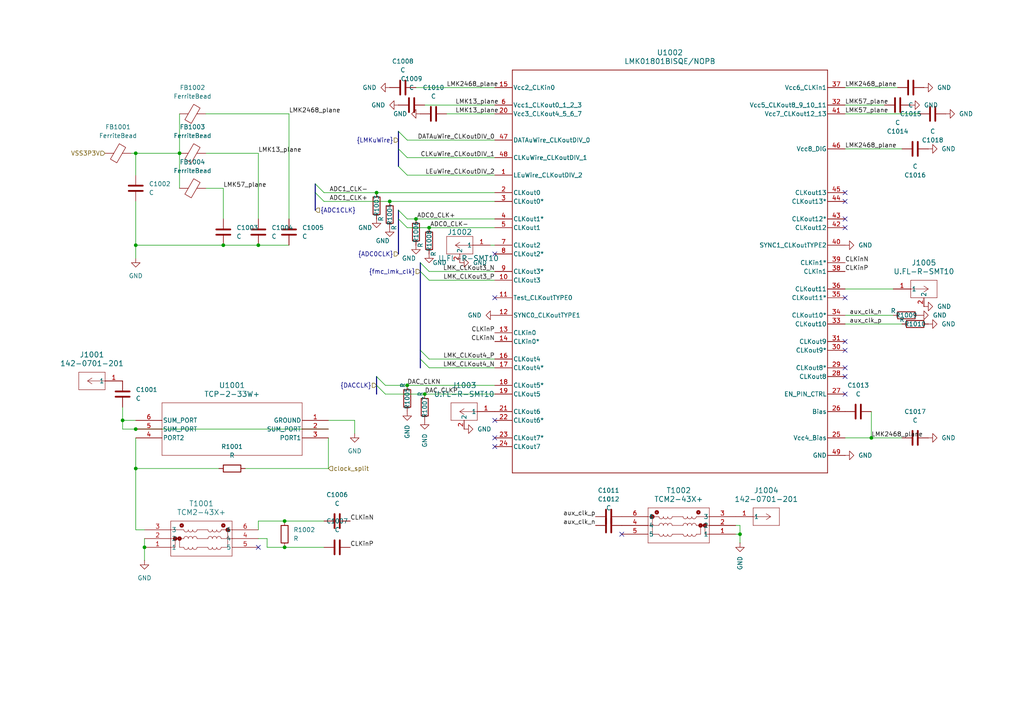
<source format=kicad_sch>
(kicad_sch (version 20231120) (generator "eeschema") (generator_version "8.0")
  (paper "A4")
  (lib_symbols
    (symbol "001_symbol:142-0701-201" (pin_names (offset 0.254))
      (property "Reference" "J" (at 8.89 6.35 0))
      (property "Value" "142-0701-201" (at 0 0 0))
      (symbol "142-0701-201_1_1"
        (polyline (pts (xy 5.08 -2.54) (xy 12.7 -2.54)) (stroke (width 0.127)))
        (polyline (pts (xy 5.08 2.54) (xy 5.08 -2.54)) (stroke (width 0.127)))
        (polyline (pts (xy 10.16 0) (xy 5.08 0)) (stroke (width 0.127)))
        (polyline (pts (xy 10.16 0) (xy 8.89 -0.8467)) (stroke (width 0.127)))
        (polyline (pts (xy 10.16 0) (xy 8.89 0.8467)) (stroke (width 0.127)))
        (polyline (pts (xy 12.7 -2.54) (xy 12.7 2.54)) (stroke (width 0.127)))
        (polyline (pts (xy 12.7 2.54) (xy 5.08 2.54)) (stroke (width 0.127)))
        (pin unspecified line (at 0 0 0) (length 5.08) (name "1") (number "1"))
      )
      (symbol "142-0701-201_1_2"
        (polyline (pts (xy 5.08 -2.54) (xy 12.7 -2.54)) (stroke (width 0.127)))
        (polyline (pts (xy 5.08 2.54) (xy 5.08 -2.54)) (stroke (width 0.127)))
        (polyline (pts (xy 7.62 0) (xy 5.08 0)) (stroke (width 0.127)))
        (polyline (pts (xy 7.62 0) (xy 8.89 -0.8467)) (stroke (width 0.127)))
        (polyline (pts (xy 7.62 0) (xy 8.89 0.8467)) (stroke (width 0.127)))
        (polyline (pts (xy 12.7 -2.54) (xy 12.7 2.54)) (stroke (width 0.127)))
        (polyline (pts (xy 12.7 2.54) (xy 5.08 2.54)) (stroke (width 0.127)))
        (pin unspecified line (at 0 0 0) (length 5.08) (name "1") (number "1"))
      )
    )
    (symbol "001_symbol:LMK01801BISQE_NOPB" (pin_names (offset 0.254))
      (property "Reference" "U" (at 0 2.54 0))
      (property "Value" "LMK01801BISQE/NOPB" (at 0 0 0))
      (symbol "LMK01801BISQE_NOPB_0_1"
        (polyline (pts (xy -45.72 -58.42) (xy 45.72 -58.42)) (stroke (width 0.2032)))
        (polyline (pts (xy -45.72 58.42) (xy -45.72 -58.42)) (stroke (width 0.2032)))
        (polyline (pts (xy 45.72 -58.42) (xy 45.72 58.42)) (stroke (width 0.2032)))
        (polyline (pts (xy 45.72 58.42) (xy -45.72 58.42)) (stroke (width 0.2032)))
        (pin input line (at -50.8 27.94 0) (length 5.08) (name "LEuWire_CLKoutDIV_2") (number "1"))
        (pin output line (at -50.8 -2.54 0) (length 5.08) (name "CLKout3") (number "10"))
        (pin input line (at -50.8 -7.62 0) (length 5.08) (name "Test_CLKoutTYPE0") (number "11"))
        (pin input line (at -50.8 -12.7 0) (length 5.08) (name "SYNC0_CLKoutTYPE1") (number "12"))
        (pin input line (at -50.8 -17.78 0) (length 5.08) (name "CLKin0") (number "13"))
        (pin input line (at -50.8 -20.32 0) (length 5.08) (name "CLKin0*") (number "14"))
        (pin power_in line (at -50.8 53.34 0) (length 5.08) (name "Vcc2_CLKin0") (number "15"))
        (pin output line (at -50.8 -25.4 0) (length 5.08) (name "CLKout4") (number "16"))
        (pin output line (at -50.8 -27.94 0) (length 5.08) (name "CLKout4*") (number "17"))
        (pin output line (at -50.8 -33.02 0) (length 5.08) (name "CLKout5*") (number "18"))
        (pin output line (at -50.8 -35.56 0) (length 5.08) (name "CLKout5") (number "19"))
        (pin output line (at -50.8 22.86 0) (length 5.08) (name "CLKout0") (number "2"))
        (pin power_in line (at -50.8 45.72 0) (length 5.08) (name "Vcc3_CLKout4_5_6_7") (number "20"))
        (pin output line (at -50.8 -40.64 0) (length 5.08) (name "CLKout6") (number "21"))
        (pin output line (at -50.8 -43.18 0) (length 5.08) (name "CLKout6*") (number "22"))
        (pin output line (at -50.8 -48.26 0) (length 5.08) (name "CLKout7*") (number "23"))
        (pin output line (at -50.8 -50.8 0) (length 5.08) (name "CLKout7") (number "24"))
        (pin power_in line (at 50.8 -48.26 180) (length 5.08) (name "Vcc4_Bias") (number "25"))
        (pin unspecified line (at 50.8 -40.64 180) (length 5.08) (name "Bias") (number "26"))
        (pin input line (at 50.8 -35.56 180) (length 5.08) (name "EN_PIN_CTRL") (number "27"))
        (pin output line (at 50.8 -30.48 180) (length 5.08) (name "CLKout8") (number "28"))
        (pin output line (at 50.8 -27.94 180) (length 5.08) (name "CLKout8*") (number "29"))
        (pin output line (at -50.8 20.32 0) (length 5.08) (name "CLKout0*") (number "3"))
        (pin output line (at 50.8 -22.86 180) (length 5.08) (name "CLKout9*") (number "30"))
        (pin output line (at 50.8 -20.32 180) (length 5.08) (name "CLKout9") (number "31"))
        (pin power_in line (at 50.8 48.26 180) (length 5.08) (name "Vcc5_CLKout8_9_10_11") (number "32"))
        (pin output line (at 50.8 -15.24 180) (length 5.08) (name "CLKout10") (number "33"))
        (pin output line (at 50.8 -12.7 180) (length 5.08) (name "CLKout10*") (number "34"))
        (pin output line (at 50.8 -7.62 180) (length 5.08) (name "CLKout11*") (number "35"))
        (pin output line (at 50.8 -5.08 180) (length 5.08) (name "CLKout11") (number "36"))
        (pin power_in line (at 50.8 53.34 180) (length 5.08) (name "Vcc6_CLKin1") (number "37"))
        (pin input line (at 50.8 0 180) (length 5.08) (name "CLKin1") (number "38"))
        (pin input line (at 50.8 2.54 180) (length 5.08) (name "CLKin1*") (number "39"))
        (pin output line (at -50.8 15.24 0) (length 5.08) (name "CLKout1*") (number "4"))
        (pin input line (at 50.8 7.62 180) (length 5.08) (name "SYNC1_CLKoutTYPE2") (number "40"))
        (pin power_in line (at 50.8 45.72 180) (length 5.08) (name "Vcc7_CLKout12_13") (number "41"))
        (pin output line (at 50.8 12.7 180) (length 5.08) (name "CLKout12") (number "42"))
        (pin output line (at 50.8 15.24 180) (length 5.08) (name "CLKout12*") (number "43"))
        (pin output line (at 50.8 20.32 180) (length 5.08) (name "CLKout13*") (number "44"))
        (pin output line (at 50.8 22.86 180) (length 5.08) (name "CLKout13") (number "45"))
        (pin power_in line (at 50.8 35.56 180) (length 5.08) (name "Vcc8_DIG") (number "46"))
        (pin input line (at -50.8 38.1 0) (length 5.08) (name "DATAuWire_CLKoutDIV_0") (number "47"))
        (pin input line (at -50.8 33.02 0) (length 5.08) (name "CLKuWire_CLKoutDIV_1") (number "48"))
        (pin power_in line (at 50.8 -53.34 180) (length 5.08) (name "GND") (number "49"))
        (pin output line (at -50.8 12.7 0) (length 5.08) (name "CLKout1") (number "5"))
        (pin power_in line (at -50.8 48.26 0) (length 5.08) (name "Vcc1_CLKout0_1_2_3") (number "6"))
        (pin output line (at -50.8 7.62 0) (length 5.08) (name "CLKout2") (number "7"))
        (pin output line (at -50.8 5.08 0) (length 5.08) (name "CLKout2*") (number "8"))
        (pin output line (at -50.8 0 0) (length 5.08) (name "CLKout3*") (number "9"))
      )
    )
    (symbol "001_symbol:TCM2-43X+" (pin_names (offset 0.254))
      (property "Reference" "T" (at 16.51 7.62 0))
      (property "Value" "TCM2-43X+" (at 20.32 5.08 0))
      (symbol "TCM2-43X+_0_1"
        (polyline (pts (xy 7.62 -7.62) (xy 25.4 -7.62)) (stroke (width 0.127)))
        (polyline (pts (xy 7.62 -5.08) (xy 8.89 -5.08)) (stroke (width 0.127)))
        (polyline (pts (xy 7.62 -2.54) (xy 11.43 -2.54)) (stroke (width 0.127)))
        (polyline (pts (xy 7.62 0) (xy 11.43 0)) (stroke (width 0.127)))
        (polyline (pts (xy 7.62 2.54) (xy 7.62 -7.62)) (stroke (width 0.127)))
        (polyline (pts (xy 8.89 -2.54) (xy 8.89 -5.08)) (stroke (width 0.127)))
        (polyline (pts (xy 10.16 -5.08) (xy 11.43 -5.08)) (stroke (width 0.127)))
        (polyline (pts (xy 10.16 -2.54) (xy 10.16 -5.08)) (stroke (width 0.127)))
        (polyline (pts (xy 15.24 -5.08) (xy 18.415 -5.08)) (stroke (width 0.127)))
        (polyline (pts (xy 15.24 -2.54) (xy 18.415 -2.54)) (stroke (width 0.127)))
        (polyline (pts (xy 15.24 0) (xy 18.415 0)) (stroke (width 0.127)))
        (polyline (pts (xy 22.225 -5.08) (xy 24.13 -5.08)) (stroke (width 0.127)))
        (polyline (pts (xy 22.225 -2.54) (xy 23.8252 -2.54)) (stroke (width 0.127)))
        (polyline (pts (xy 22.225 0) (xy 25.4 0)) (stroke (width 0.127)))
        (polyline (pts (xy 24.13 -5.08) (xy 24.13 0)) (stroke (width 0.127)))
        (polyline (pts (xy 24.4348 -2.54) (xy 25.4 -2.54)) (stroke (width 0.127)))
        (polyline (pts (xy 25.4 -7.62) (xy 25.4 2.54)) (stroke (width 0.127)))
        (polyline (pts (xy 25.4 2.54) (xy 7.62 2.54)) (stroke (width 0.127)))
        (circle (center 8.89 -2.54) (radius 0.127) (stroke (width 0.508)))
        (circle (center 10.16 -2.54) (radius 0.127) (stroke (width 0.508)))
        (circle (center 10.795 1.27) (radius 0.127) (stroke (width 0.508)))
        (arc (start 11.43 -5.08) (mid 12.065 -5.7122) (end 12.7 -5.08) (stroke (width 0.127)))
        (arc (start 11.43 0) (mid 12.065 -0.6323) (end 12.7 0) (stroke (width 0.127)))
        (arc (start 12.7 -5.08) (mid 13.335 -5.7122) (end 13.97 -5.08) (stroke (width 0.127)))
        (arc (start 12.7 -2.54) (mid 12.065 -1.9077) (end 11.43 -2.54) (stroke (width 0.127)))
        (arc (start 12.7 0) (mid 13.335 -0.6323) (end 13.97 0) (stroke (width 0.127)))
        (arc (start 13.97 -5.08) (mid 14.605 -5.7122) (end 15.24 -5.08) (stroke (width 0.127)))
        (arc (start 13.97 -2.54) (mid 13.335 -1.9077) (end 12.7 -2.54) (stroke (width 0.127)))
        (arc (start 13.97 0) (mid 14.605 -0.6323) (end 15.24 0) (stroke (width 0.127)))
        (arc (start 15.24 -2.54) (mid 14.605 -1.9077) (end 13.97 -2.54) (stroke (width 0.127)))
        (arc (start 18.415 -5.08) (mid 19.05 -5.7122) (end 19.685 -5.08) (stroke (width 0.127)))
        (arc (start 18.415 0) (mid 19.05 -0.6323) (end 19.685 0) (stroke (width 0.127)))
        (arc (start 19.685 -5.08) (mid 20.32 -5.7122) (end 20.955 -5.08) (stroke (width 0.127)))
        (arc (start 19.685 -2.54) (mid 19.05 -1.9077) (end 18.415 -2.54) (stroke (width 0.127)))
        (arc (start 19.685 0) (mid 20.32 -0.6323) (end 20.955 0) (stroke (width 0.127)))
        (arc (start 20.955 -5.08) (mid 21.59 -5.7122) (end 22.225 -5.08) (stroke (width 0.127)))
        (arc (start 20.955 -2.54) (mid 20.32 -1.9077) (end 19.685 -2.54) (stroke (width 0.127)))
        (arc (start 20.955 0) (mid 21.59 -0.6323) (end 22.225 0) (stroke (width 0.127)))
        (arc (start 22.225 -2.54) (mid 21.59 -1.9077) (end 20.955 -2.54) (stroke (width 0.127)))
        (circle (center 22.86 1.27) (radius 0.127) (stroke (width 0.508)))
        (circle (center 24.13 0) (radius 0.127) (stroke (width 0.508)))
        (arc (start 24.4348 -2.54) (mid 24.13 -2.2365) (end 23.8252 -2.54) (stroke (width 0.127)))
        (pin unspecified line (at 0 -5.08 0) (length 7.62) (name "1") (number "1"))
        (pin unspecified line (at 0 -2.54 0) (length 7.62) (name "2") (number "2"))
        (pin unspecified line (at 0 0 0) (length 7.62) (name "3") (number "3"))
        (pin unspecified line (at 33.02 -2.54 180) (length 7.62) (name "4") (number "4"))
        (pin unspecified line (at 33.02 -5.08 180) (length 7.62) (name "5") (number "5"))
        (pin unspecified line (at 33.02 0 180) (length 7.62) (name "6") (number "6"))
      )
    )
    (symbol "001_symbol:TCP-2-33W+" (pin_names (offset 0.254))
      (property "Reference" "U" (at 27.94 10.16 0))
      (property "Value" "TCP-2-33W+" (at 27.94 7.62 0))
      (symbol "TCP-2-33W+_0_1"
        (polyline (pts (xy 7.62 -10.16) (xy 48.26 -10.16)) (stroke (width 0.127)))
        (polyline (pts (xy 7.62 5.08) (xy 7.62 -10.16)) (stroke (width 0.127)))
        (polyline (pts (xy 48.26 -10.16) (xy 48.26 5.08)) (stroke (width 0.127)))
        (polyline (pts (xy 48.26 5.08) (xy 7.62 5.08)) (stroke (width 0.127)))
        (pin power_out line (at 0 0 0) (length 7.62) (name "GROUND") (number "1"))
        (pin unspecified line (at 0 -2.54 0) (length 7.62) (name "SUM_PORT") (number "2"))
        (pin bidirectional line (at 0 -5.08 0) (length 7.62) (name "PORT1") (number "3"))
        (pin bidirectional line (at 55.88 -5.08 180) (length 7.62) (name "PORT2") (number "4"))
        (pin unspecified line (at 55.88 -2.54 180) (length 7.62) (name "SUM_PORT") (number "5"))
        (pin unspecified line (at 55.88 0 180) (length 7.62) (name "SUM_PORT") (number "6"))
      )
    )
    (symbol "001_symbol:U.FL-R-SMT10_1" (pin_names (offset 0.254))
      (property "Reference" "J906" (at 13.97 1.2701 0))
      (property "Value" "U.FL-R-SMT10" (at 13.97 -1.2699 0))
      (symbol "U.FL-R-SMT10_1_1_1"
        (polyline (pts (xy 5.08 -2.54) (xy 12.7 -2.54)) (stroke (width 0.127)))
        (polyline (pts (xy 5.08 2.54) (xy 5.08 -2.54)) (stroke (width 0.127)))
        (polyline (pts (xy 10.16 0) (xy 5.08 0)) (stroke (width 0.127)))
        (polyline (pts (xy 10.16 0) (xy 8.89 -0.8467)) (stroke (width 0.127)))
        (polyline (pts (xy 10.16 0) (xy 8.89 0.8467)) (stroke (width 0.127)))
        (polyline (pts (xy 12.7 -2.54) (xy 12.7 2.54)) (stroke (width 0.127)))
        (polyline (pts (xy 12.7 2.54) (xy 5.08 2.54)) (stroke (width 0.127)))
        (pin unspecified line (at 0 0 0) (length 5.08) (name "1") (number "1"))
        (pin input line (at 8.89 -5.08 90) (length 2.54) (name "2") (number "2"))
        (pin input line (at 8.89 -5.08 90) (length 2.54) hide (name "3") (number "3"))
      )
      (symbol "U.FL-R-SMT10_1_1_2"
        (polyline (pts (xy 5.08 -2.54) (xy 12.7 -2.54)) (stroke (width 0.127)))
        (polyline (pts (xy 5.08 2.54) (xy 5.08 -2.54)) (stroke (width 0.127)))
        (polyline (pts (xy 7.62 0) (xy 5.08 0)) (stroke (width 0.127)))
        (polyline (pts (xy 7.62 0) (xy 8.89 -0.8467)) (stroke (width 0.127)))
        (polyline (pts (xy 7.62 0) (xy 8.89 0.8467)) (stroke (width 0.127)))
        (polyline (pts (xy 12.7 -2.54) (xy 12.7 2.54)) (stroke (width 0.127)))
        (polyline (pts (xy 12.7 2.54) (xy 5.08 2.54)) (stroke (width 0.127)))
        (pin unspecified line (at 0 0 0) (length 5.08) (name "1") (number "1"))
      )
    )
    (symbol "Device:C" (pin_numbers hide) (pin_names (offset 0.254))
      (property "Reference" "C" (at 0.635 2.54 0))
      (property "Value" "C" (at 0.635 -2.54 0))
      (symbol "C_0_1"
        (polyline (pts (xy -2.032 -0.762) (xy 2.032 -0.762)) (stroke (width 0.508)))
        (polyline (pts (xy -2.032 0.762) (xy 2.032 0.762)) (stroke (width 0.508)))
      )
      (symbol "C_1_1"
        (pin passive line (at 0 3.81 270) (length 2.794) (name "~") (number "1"))
        (pin passive line (at 0 -3.81 90) (length 2.794) (name "~") (number "2"))
      )
    )
    (symbol "Device:FerriteBead" (pin_numbers hide) (pin_names (offset 0))
      (property "Reference" "FB" (at -3.81 0.635 90))
      (property "Value" "FerriteBead" (at 3.81 0 90))
      (symbol "FerriteBead_0_1"
        (polyline (pts (xy 0 -1.27) (xy 0 -1.2192)))
        (polyline (pts (xy 0 1.27) (xy 0 1.2954)))
        (polyline (pts (xy -2.7686 0.4064) (xy -1.7018 2.2606) (xy 2.7686 -0.3048) (xy 1.6764 -2.159) (xy -2.7686 0.4064)))
      )
      (symbol "FerriteBead_1_1"
        (pin passive line (at 0 3.81 270) (length 2.54) (name "~") (number "1"))
        (pin passive line (at 0 -3.81 90) (length 2.54) (name "~") (number "2"))
      )
    )
    (symbol "Device:R" (pin_numbers hide) (pin_names (offset 0))
      (property "Reference" "R" (at 2.032 0 90))
      (property "Value" "R" (at 0 0 90))
      (symbol "R_0_1"
        (rectangle (start -1.016 -2.54) (end 1.016 2.54) (stroke (width 0.254)))
      )
      (symbol "R_1_1"
        (pin passive line (at 0 3.81 270) (length 1.27) (name "~") (number "1"))
        (pin passive line (at 0 -3.81 90) (length 1.27) (name "~") (number "2"))
      )
    )
    (symbol "power:GND" (power) (pin_numbers hide) (pin_names (offset 0) hide)
      (property "Value" "GND" (at 0 -3.81 0))
      (symbol "GND_0_1"
        (polyline (pts (xy 0 0) (xy 0 -1.27) (xy 1.27 -1.27) (xy 0 -2.54) (xy -1.27 -1.27) (xy 0 -1.27)))
      )
      (symbol "GND_1_1"
        (pin power_in line (at 0 0 270) (length 0) (name "~") (number "1"))
      )
    )
  )
  (bus_alias "LMKuWire" (members "DATAuWire_CLKoutDIV_0" "CLKuWire_CLKoutDIV_1" "LEuWire_CLKoutDIV_2"))
  (junction (at 35.56 121.92))
  (junction (at 123.19 114.3))
  (junction (at 82.55 158.75))
  (junction (at 120.65 63.5))
  (junction (at 39.37 71.12))
  (junction (at 124.46 66.04))
  (junction (at 39.37 135.89))
  (junction (at 113.03 58.42))
  (junction (at 74.93 71.12))
  (junction (at 64.77 71.12))
  (junction (at 41.91 158.75))
  (junction (at 52.07 44.45))
  (junction (at 82.55 151.13))
  (junction (at 109.22 55.88))
  (junction (at 39.37 124.46))
  (junction (at 252.73 127))
  (junction (at 118.11 111.76))
  (junction (at 214.63 154.94))
  (junction (at 39.37 44.45))
  (no_connect (at 245.11 106.68))
  (no_connect (at 180.34 154.94))
  (no_connect (at 245.11 99.06))
  (no_connect (at 245.11 58.42))
  (no_connect (at 245.11 63.5))
  (no_connect (at 143.51 73.66))
  (no_connect (at 245.11 55.88))
  (no_connect (at 74.93 158.75))
  (no_connect (at 245.11 114.3))
  (no_connect (at 143.51 121.92))
  (no_connect (at 143.51 86.36))
  (no_connect (at 245.11 101.6))
  (no_connect (at 143.51 129.54))
  (no_connect (at 143.51 127))
  (no_connect (at 245.11 109.22))
  (no_connect (at 245.11 86.36))
  (no_connect (at 245.11 66.04))
  (bus_entry (at 109.22 109.22) (size 2.54 2.54))
  (bus_entry (at 109.22 111.76) (size 2.54 2.54))
  (bus_entry (at 121.92 101.6) (size 2.54 2.54))
  (bus_entry (at 121.92 104.14) (size 2.54 2.54))
  (bus_entry (at 121.92 78.74) (size 2.54 2.54))
  (bus_entry (at 91.44 53.34) (size 2.54 2.54))
  (bus_entry (at 115.57 43.18) (size 2.54 2.54))
  (bus_entry (at 115.57 60.96) (size 2.54 2.54))
  (bus_entry (at 115.57 63.5) (size 2.54 2.54))
  (bus_entry (at 115.57 38.1) (size 2.54 2.54))
  (bus_entry (at 91.44 55.88) (size 2.54 2.54))
  (bus_entry (at 121.92 76.2) (size 2.54 2.54))
  (bus_entry (at 115.57 48.26) (size 2.54 2.54))
  (wire (pts (xy 95.25 127) (xy 95.25 135.89)))
  (wire (pts (xy 35.56 121.92) (xy 35.56 124.46)))
  (wire (pts (xy 39.37 58.42) (xy 39.37 71.12)))
  (wire (pts (xy 64.77 71.12) (xy 74.93 71.12)))
  (wire (pts (xy 77.47 156.21) (xy 77.47 158.75)))
  (wire (pts (xy 41.91 158.75) (xy 41.91 162.56)))
  (wire (pts (xy 109.22 55.88) (xy 143.51 55.88)))
  (wire (pts (xy 252.73 127) (xy 245.11 127)))
  (wire (pts (xy 124.46 66.04) (xy 143.51 66.04)))
  (bus (pts (xy 115.57 63.5) (xy 115.57 73.66)))
  (wire (pts (xy 102.87 121.92) (xy 102.87 125.73)))
  (wire (pts (xy 52.07 44.45) (xy 52.07 54.61)))
  (wire (pts (xy 35.56 121.92) (xy 39.37 121.92)))
  (wire (pts (xy 118.11 66.04) (xy 124.46 66.04)))
  (wire (pts (xy 213.36 154.94) (xy 214.63 154.94)))
  (wire (pts (xy 245.11 43.18) (xy 261.62 43.18)))
  (bus (pts (xy 121.92 76.2) (xy 121.92 78.74)))
  (wire (pts (xy 35.56 118.11) (xy 35.56 121.92)))
  (wire (pts (xy 118.11 50.8) (xy 143.51 50.8)))
  (wire (pts (xy 39.37 124.46) (xy 95.25 124.46)))
  (wire (pts (xy 124.46 104.14) (xy 143.51 104.14)))
  (wire (pts (xy 35.56 124.46) (xy 39.37 124.46)))
  (wire (pts (xy 213.36 152.4) (xy 214.63 152.4)))
  (wire (pts (xy 129.54 33.02) (xy 143.51 33.02)))
  (wire (pts (xy 118.11 40.64) (xy 143.51 40.64)))
  (wire (pts (xy 59.69 33.02) (xy 83.82 33.02)))
  (wire (pts (xy 261.62 127) (xy 252.73 127)))
  (wire (pts (xy 39.37 127) (xy 39.37 135.89)))
  (wire (pts (xy 118.11 63.5) (xy 120.65 63.5)))
  (bus (pts (xy 91.44 55.88) (xy 91.44 60.96)))
  (wire (pts (xy 39.37 44.45) (xy 52.07 44.45)))
  (bus (pts (xy 115.57 60.96) (xy 115.57 63.5)))
  (bus (pts (xy 91.44 53.34) (xy 91.44 55.88)))
  (wire (pts (xy 74.93 151.13) (xy 82.55 151.13)))
  (wire (pts (xy 245.11 83.82) (xy 259.08 83.82)))
  (wire (pts (xy 74.93 153.67) (xy 74.93 151.13)))
  (wire (pts (xy 111.76 114.3) (xy 123.19 114.3)))
  (wire (pts (xy 245.11 25.4) (xy 260.35 25.4)))
  (bus (pts (xy 115.57 38.1) (xy 115.57 43.18)))
  (wire (pts (xy 124.46 78.74) (xy 143.51 78.74)))
  (wire (pts (xy 124.46 106.68) (xy 143.51 106.68)))
  (wire (pts (xy 118.11 45.72) (xy 143.51 45.72)))
  (wire (pts (xy 245.11 93.98) (xy 261.62 93.98)))
  (wire (pts (xy 95.25 121.92) (xy 102.87 121.92)))
  (wire (pts (xy 59.69 44.45) (xy 74.93 44.45)))
  (wire (pts (xy 118.11 111.76) (xy 143.51 111.76)))
  (wire (pts (xy 59.69 54.61) (xy 64.77 54.61)))
  (bus (pts (xy 109.22 111.76) (xy 109.22 114.3)))
  (wire (pts (xy 82.55 151.13) (xy 93.98 151.13)))
  (wire (pts (xy 142.24 71.12) (xy 143.51 71.12)))
  (bus (pts (xy 109.22 109.22) (xy 109.22 111.76)))
  (wire (pts (xy 252.73 119.38) (xy 252.73 127)))
  (wire (pts (xy 39.37 50.8) (xy 39.37 44.45)))
  (wire (pts (xy 95.25 135.89) (xy 71.12 135.89)))
  (bus (pts (xy 121.92 101.6) (xy 121.92 104.14)))
  (wire (pts (xy 93.98 55.88) (xy 109.22 55.88)))
  (bus (pts (xy 121.92 104.14) (xy 121.92 106.68)))
  (wire (pts (xy 214.63 154.94) (xy 214.63 157.48)))
  (wire (pts (xy 111.76 111.76) (xy 118.11 111.76)))
  (wire (pts (xy 123.19 114.3) (xy 143.51 114.3)))
  (wire (pts (xy 77.47 158.75) (xy 82.55 158.75)))
  (bus (pts (xy 115.57 43.18) (xy 115.57 48.26)))
  (wire (pts (xy 41.91 156.21) (xy 41.91 158.75)))
  (wire (pts (xy 120.65 25.4) (xy 143.51 25.4)))
  (wire (pts (xy 245.11 33.02) (xy 266.7 33.02)))
  (wire (pts (xy 64.77 54.61) (xy 64.77 63.5)))
  (wire (pts (xy 74.93 44.45) (xy 74.93 63.5)))
  (bus (pts (xy 121.92 78.74) (xy 121.92 101.6)))
  (wire (pts (xy 74.93 71.12) (xy 83.82 71.12)))
  (wire (pts (xy 39.37 153.67) (xy 39.37 135.89)))
  (wire (pts (xy 214.63 152.4) (xy 214.63 154.94)))
  (wire (pts (xy 39.37 71.12) (xy 64.77 71.12)))
  (wire (pts (xy 124.46 81.28) (xy 143.51 81.28)))
  (wire (pts (xy 82.55 158.75) (xy 93.98 158.75)))
  (wire (pts (xy 39.37 135.89) (xy 63.5 135.89)))
  (wire (pts (xy 245.11 30.48) (xy 256.54 30.48)))
  (wire (pts (xy 52.07 33.02) (xy 52.07 44.45)))
  (wire (pts (xy 113.03 58.42) (xy 143.51 58.42)))
  (wire (pts (xy 74.93 156.21) (xy 77.47 156.21)))
  (wire (pts (xy 41.91 153.67) (xy 39.37 153.67)))
  (wire (pts (xy 83.82 33.02) (xy 83.82 63.5)))
  (wire (pts (xy 245.11 91.44) (xy 259.08 91.44)))
  (wire (pts (xy 120.65 63.5) (xy 143.51 63.5)))
  (wire (pts (xy 93.98 58.42) (xy 113.03 58.42)))
  (wire (pts (xy 123.19 30.48) (xy 143.51 30.48)))
  (wire (pts (xy 39.37 71.12) (xy 39.37 74.93)))
  (wire (pts (xy 38.1 44.45) (xy 39.37 44.45)))
  (label "LMK2468_plane" (at 252.73 127 0))
  (label "LMK_CLKout3_N" (at 143.51 78.74 180))
  (label "ADC0_CLK-" (at 135.89 66.04 180))
  (label "aux_clk_p" (at 246.38 93.98 0))
  (label "aux_clk_p" (at 172.72 149.86 180))
  (label "LMK_CLKout4_P" (at 143.51 104.14 180))
  (label "CLKinP" (at 245.11 78.74 0))
  (label "DAC_CLKN" (at 118.11 111.76 0))
  (label "CLKinN" (at 101.6 151.13 0))
  (label "LMK2468_plane" (at 83.82 33.02 0))
  (label "LMK13_plane" (at 74.93 44.45 0))
  (label "ADC1_CLK-" (at 106.68 55.88 180))
  (label "ADC0_CLK+" (at 132.08 63.5 180))
  (label "LEuWire_CLKoutDIV_2" (at 143.51 50.8 180))
  (label "LMK57_plane" (at 64.77 54.61 0))
  (label "LMK13_plane" (at 132.08 33.02 0))
  (label "aux_clk_n" (at 172.72 152.4 180))
  (label "CLKinP" (at 101.6 158.75 0))
  (label "LMK_CLKout3_P" (at 143.51 81.28 180))
  (label "DATAuWire_CLKoutDIV_0" (at 143.51 40.64 180))
  (label "CLKinN" (at 143.51 99.06 180))
  (label "CLKinN" (at 245.11 76.2 0))
  (label "CLKinP" (at 143.51 96.52 180))
  (label "LMK2468_plane" (at 129.54 25.4 0))
  (label "CLKuWire_CLKoutDIV_1" (at 143.51 45.72 180))
  (label "LMK57_plane" (at 245.11 30.48 0))
  (label "aux_clk_n" (at 246.38 91.44 0))
  (label "LMK2468_plane" (at 245.11 25.4 0))
  (label "LMK57_plane" (at 245.11 33.02 0))
  (label "LMK13_plane" (at 132.08 30.48 0))
  (label "DAC_CLKP" (at 123.19 114.3 0))
  (label "ADC1_CLK+" (at 106.68 58.42 180))
  (label "LMK_CLKout4_N" (at 143.51 106.68 180))
  (label "LMK2468_plane" (at 245.11 43.18 0))
  (hierarchical_label "{ADC1CLK}" (shape input) (at 91.44 60.96 0))
  (hierarchical_label "clock_split" (shape input) (at 95.25 135.89 0))
  (hierarchical_label "{DACCLK}" (shape input) (at 109.22 111.76 180))
  (hierarchical_label "{LMKuWire}" (shape input) (at 115.57 40.64 180))
  (hierarchical_label "{fmc_lmk_clk}" (shape input) (at 121.92 78.74 180))
  (hierarchical_label "{ADC0CLK}" (shape input) (at 115.57 73.66 180))
  (hierarchical_label "VSS3P3V" (shape input) (at 30.48 44.45 180))
  (symbol (lib_id "Device:C") (at 265.43 43.18 90) (unit 1)
    (property "Reference" "C1016" (at 265.43 50.8 90))
    (property "Value" "C" (at 265.43 48.26 90))
    (property "Footprint" "Capacitor_SMD:C_0402_1005Metric" (effects (hide yes)))
    (property "Description" "Unpolarized capacitor" (effects (hide yes)))
    (property "Vendor" "digikey:490-1318-1-ND" (effects (hide yes)))
  )
  (symbol (lib_id "power:GND") (at 269.24 43.18 90) (unit 1)
    (property "Reference" "#PWR01020" (effects (hide yes)))
    (property "Value" "GND" (at 273.05 43.1801 90) (effects (justify right)))
    (property "Description" "Power symbol creates a global label with name \"GND\" , ground" (effects (hide yes)))
  )
  (symbol (lib_id "power:GND") (at 245.11 71.12 90) (mirror x) (unit 1)
    (property "Reference" "#PWR01015" (effects (hide yes)))
    (property "Value" "GND" (at 248.92 71.1199 90) (effects (justify right)))
    (property "Description" "Power symbol creates a global label with name \"GND\" , ground" (effects (hide yes)))
  )
  (symbol (lib_id "Device:C") (at 116.84 25.4 270) (unit 1)
    (property "Reference" "C1008" (at 116.84 17.78 90))
    (property "Value" "C" (at 116.84 20.32 90))
    (property "Footprint" "Capacitor_SMD:C_0402_1005Metric" (effects (hide yes)))
    (property "Description" "Unpolarized capacitor" (effects (hide yes)))
    (property "Vendor" "digikey:490-1318-1-ND" (effects (hide yes)))
  )
  (symbol (lib_id "Device:C") (at 248.92 119.38 270) (unit 1)
    (property "Reference" "C1013" (at 248.92 111.76 90))
    (property "Value" "C" (at 248.92 114.3 90))
    (property "Footprint" "Capacitor_SMD:C_0603_1608Metric" (effects (hide yes)))
    (property "Description" "Unpolarized capacitor" (effects (hide yes)))
    (property "Vendor" "digikey:490-3897-1-ND" (effects (hide yes)))
  )
  (symbol (lib_id "001_symbol:U.FL-R-SMT10_1") (at 142.24 71.12 0) (mirror y) (unit 1)
    (property "Reference" "J1002" (at 133.35 67.31 0) (effects (font (size 1.524 1.524))))
    (property "Value" "U.FL-R-SMT10" (at 135.89 74.93 0) (effects (font (size 1.524 1.524))))
    (property "Footprint" "001_download:CONN_U.FL-R-SMT10_HIR" (effects (hide yes)))
    (property "Datasheet" "U.FL-R-SMT10" (effects (hide yes)))
    (property "Vendor" "digikey:H9161CT-ND" (effects (hide yes)))
  )
  (symbol (lib_id "Device:C") (at 97.79 158.75 90) (mirror x) (unit 1)
    (property "Reference" "C1007" (at 97.79 151.13 90))
    (property "Value" "C" (at 97.79 153.67 90))
    (property "Footprint" "Capacitor_SMD:C_0603_1608Metric" (effects (hide yes)))
    (property "Description" "Unpolarized capacitor" (effects (hide yes)))
    (property "Vendor" "digikey:490-1451-1-ND" (effects (hide yes)))
  )
  (symbol (lib_id "power:GND") (at 133.35 76.2 90) (unit 1)
    (property "Reference" "#PWR01025" (effects (hide yes)))
    (property "Value" "GND" (at 137.16 76.1999 90) (effects (justify right)))
    (property "Description" "Power symbol creates a global label with name \"GND\" , ground" (effects (hide yes)))
  )
  (symbol (lib_id "power:GND") (at 143.51 91.44 270) (unit 1)
    (property "Reference" "#PWR01013" (effects (hide yes)))
    (property "Value" "GND" (at 139.7 91.4399 90) (effects (justify right)))
    (property "Description" "Power symbol creates a global label with name \"GND\" , ground" (effects (hide yes)))
  )
  (symbol (lib_id "power:GND") (at 121.92 33.02 270) (unit 1)
    (property "Reference" "#PWR01010" (effects (hide yes)))
    (property "Value" "GND" (at 118.11 33.0199 90) (effects (justify right)))
    (property "Description" "Power symbol creates a global label with name \"GND\" , ground" (effects (hide yes)))
  )
  (symbol (lib_id "power:GND") (at 39.37 74.93 0) (unit 1)
    (property "Reference" "#PWR01001" (effects (hide yes)))
    (property "Value" "GND" (at 39.37 80.01 0))
    (property "Description" "Power symbol creates a global label with name \"GND\" , ground" (effects (hide yes)))
  )
  (symbol (lib_id "Device:R") (at 67.31 135.89 270) (unit 1)
    (property "Reference" "R1001" (at 67.31 129.54 90))
    (property "Value" "R" (at 67.31 132.08 90))
    (property "Footprint" "Resistor_SMD:R_0603_1608Metric" (effects (hide yes)))
    (property "Description" "Resistor" (effects (hide yes)))
    (property "Vendor" "digikey:311-475HRCT-ND" (effects (hide yes)))
  )
  (symbol (lib_id "power:GND") (at 124.46 73.66 0) (unit 1)
    (property "Reference" "#PWR01012" (effects (hide yes)))
    (property "Value" "GND" (at 129.54 76.2 0) (effects (justify right)))
    (property "Description" "Power symbol creates a global label with name \"GND\" , ground" (effects (hide yes)))
  )
  (symbol (lib_id "Device:C") (at 176.53 149.86 270) (unit 1)
    (property "Reference" "C1011" (at 176.53 142.24 90))
    (property "Value" "C" (at 176.53 144.78 90))
    (property "Footprint" "Capacitor_SMD:C_0603_1608Metric" (effects (hide yes)))
    (property "Description" "Unpolarized capacitor" (effects (hide yes)))
    (property "Vendor" "digikey:490-1451-1-ND" (effects (hide yes)))
  )
  (symbol (lib_id "power:GND") (at 102.87 125.73 0) (unit 1)
    (property "Reference" "#PWR01003" (effects (hide yes)))
    (property "Value" "GND" (at 102.87 130.81 0))
    (property "Description" "Power symbol creates a global label with name \"GND\" , ground" (effects (hide yes)))
  )
  (symbol (lib_id "Device:FerriteBead") (at 55.88 54.61 90) (unit 1)
    (property "Reference" "FB1004" (at 55.8292 46.99 90))
    (property "Value" "FerriteBead" (at 55.8292 49.53 90))
    (property "Footprint" "Inductor_SMD:L_0603_1608Metric" (effects (hide yes)))
    (property "Description" "Ferrite bead" (effects (hide yes)))
    (property "Vendor" "digikey:490-1011-1-ND" (effects (hide yes)))
  )
  (symbol (lib_id "001_symbol:U.FL-R-SMT10_1") (at 143.51 119.38 0) (mirror y) (unit 1)
    (property "Reference" "J1003" (at 134.62 111.76 0) (effects (font (size 1.524 1.524))))
    (property "Value" "U.FL-R-SMT10" (at 134.62 114.3 0) (effects (font (size 1.524 1.524))))
    (property "Footprint" "001_download:CONN_U.FL-R-SMT10_HIR" (effects (hide yes)))
    (property "Datasheet" "U.FL-R-SMT10" (effects (hide yes)))
    (property "Vendor" "digikey:H9161CT-ND" (effects (hide yes)))
  )
  (symbol (lib_id "power:GND") (at 214.63 157.48 0) (mirror y) (unit 1)
    (property "Reference" "#PWR01014" (effects (hide yes)))
    (property "Value" "GND" (at 214.6301 161.29 90) (effects (justify right)))
    (property "Description" "Power symbol creates a global label with name \"GND\" , ground" (effects (hide yes)))
  )
  (symbol (lib_id "power:GND") (at 113.03 25.4 270) (unit 1)
    (property "Reference" "#PWR01005" (effects (hide yes)))
    (property "Value" "GND" (at 109.22 25.3999 90) (effects (justify right)))
    (property "Description" "Power symbol creates a global label with name \"GND\" , ground" (effects (hide yes)))
  )
  (symbol (lib_id "001_symbol:U.FL-R-SMT10_1") (at 259.08 83.82 0) (unit 1)
    (property "Reference" "J1005" (at 267.97 76.2 0) (effects (font (size 1.524 1.524))))
    (property "Value" "U.FL-R-SMT10" (at 267.97 78.74 0) (effects (font (size 1.524 1.524))))
    (property "Footprint" "001_download:CONN_U.FL-R-SMT10_HIR" (effects (hide yes)))
    (property "Datasheet" "U.FL-R-SMT10" (effects (hide yes)))
    (property "Vendor" "digikey:H9161CT-ND" (effects (hide yes)))
  )
  (symbol (lib_id "Device:R") (at 118.11 115.57 0) (unit 1)
    (property "Reference" "R1005" (at 118.11 115.57 90))
    (property "Value" "R" (at 116.84 111.76 90))
    (property "Footprint" "Resistor_SMD:R_0603_1608Metric" (effects (hide yes)))
    (property "Description" "Resistor" (effects (hide yes)))
    (property "Vendor" "digikey:RR08P200DCT-ND" (effects (hide yes)))
  )
  (symbol (lib_id "Device:C") (at 64.77 67.31 180) (unit 1)
    (property "Reference" "C1003" (at 68.58 66.0399 0) (effects (justify right)))
    (property "Value" "C" (at 68.58 68.5799 0) (effects (justify right)))
    (property "Footprint" "Capacitor_SMD:C_0603_1608Metric" (effects (hide yes)))
    (property "Description" "Unpolarized capacitor" (effects (hide yes)))
    (property "Vendor" "digikey:445-6853-1-ND" (effects (hide yes)))
  )
  (symbol (lib_id "Device:C") (at 35.56 114.3 0) (unit 1)
    (property "Reference" "C1001" (at 39.37 113.0299 0) (effects (justify left)))
    (property "Value" "C" (at 39.37 115.5699 0) (effects (justify left)))
    (property "Footprint" "Capacitor_SMD:C_0603_1608Metric" (effects (hide yes)))
    (property "Description" "Unpolarized capacitor" (effects (hide yes)))
    (property "Vendor" "digikey:490-1451-1-ND" (effects (hide yes)))
  )
  (symbol (lib_id "power:GND") (at 245.11 132.08 90) (mirror x) (unit 1)
    (property "Reference" "#PWR01016" (effects (hide yes)))
    (property "Value" "GND" (at 248.92 132.0799 90) (effects (justify right)))
    (property "Description" "Power symbol creates a global label with name \"GND\" , ground" (effects (hide yes)))
  )
  (symbol (lib_id "Device:FerriteBead") (at 55.88 44.45 90) (unit 1)
    (property "Reference" "FB1003" (at 55.8292 36.83 90))
    (property "Value" "FerriteBead" (at 55.8292 39.37 90))
    (property "Footprint" "Inductor_SMD:L_0603_1608Metric" (effects (hide yes)))
    (property "Description" "Ferrite bead" (effects (hide yes)))
    (property "Vendor" "digikey:490-1011-1-ND" (effects (hide yes)))
  )
  (symbol (lib_id "power:GND") (at 41.91 162.56 0) (unit 1)
    (property "Reference" "#PWR01002" (effects (hide yes)))
    (property "Value" "GND" (at 41.91 167.64 0))
    (property "Description" "Power symbol creates a global label with name \"GND\" , ground" (effects (hide yes)))
  )
  (symbol (lib_id "power:GND") (at 274.32 33.02 90) (unit 1)
    (property "Reference" "#PWR01023" (effects (hide yes)))
    (property "Value" "GND" (at 278.13 33.0201 90) (effects (justify right)))
    (property "Description" "Power symbol creates a global label with name \"GND\" , ground" (effects (hide yes)))
  )
  (symbol (lib_id "Device:C") (at 270.51 33.02 90) (unit 1)
    (property "Reference" "C1018" (at 270.51 40.64 90))
    (property "Value" "C" (at 270.51 38.1 90))
    (property "Footprint" "Capacitor_SMD:C_0603_1608Metric" (effects (hide yes)))
    (property "Description" "Unpolarized capacitor" (effects (hide yes)))
    (property "Vendor" "digikey:490-1318-1-ND" (effects (hide yes)))
  )
  (symbol (lib_id "Device:R") (at 120.65 67.31 180) (unit 1)
    (property "Reference" "R1006" (at 120.65 67.31 90))
    (property "Value" "R" (at 121.92 71.12 90))
    (property "Footprint" "Resistor_SMD:R_0603_1608Metric" (effects (hide yes)))
    (property "Description" "Resistor" (effects (hide yes)))
    (property "Vendor" "digikey:RR08P200DCT-ND" (effects (hide yes)))
  )
  (symbol (lib_id "power:GND") (at 264.16 30.48 90) (unit 1)
    (property "Reference" "#PWR01017" (effects (hide yes)))
    (property "Value" "GND" (at 267.97 30.4801 90) (effects (justify right)))
    (property "Description" "Power symbol creates a global label with name \"GND\" , ground" (effects (hide yes)))
  )
  (symbol (lib_id "power:GND") (at 109.22 63.5 0) (unit 1)
    (property "Reference" "#PWR01004" (effects (hide yes)))
    (property "Value" "GND" (at 107.95 66.04 0) (effects (justify right)))
    (property "Description" "Power symbol creates a global label with name \"GND\" , ground" (effects (hide yes)))
  )
  (symbol (lib_id "Device:C") (at 74.93 67.31 180) (unit 1)
    (property "Reference" "C1004" (at 78.74 66.0399 0) (effects (justify right)))
    (property "Value" "C" (at 78.74 68.5799 0) (effects (justify right)))
    (property "Footprint" "Capacitor_SMD:C_0603_1608Metric" (effects (hide yes)))
    (property "Description" "Unpolarized capacitor" (effects (hide yes)))
    (property "Vendor" "digikey:445-6853-1-ND" (effects (hide yes)))
  )
  (symbol (lib_id "power:GND") (at 269.24 93.98 90) (mirror x) (unit 1)
    (property "Reference" "#PWR01021" (effects (hide yes)))
    (property "Value" "GND" (at 273.05 93.9799 90) (effects (justify right)))
    (property "Description" "Power symbol creates a global label with name \"GND\" , ground" (effects (hide yes)))
  )
  (symbol (lib_id "power:GND") (at 267.97 88.9 90) (unit 1)
    (property "Reference" "#PWR01024" (effects (hide yes)))
    (property "Value" "GND" (at 271.78 88.8999 90) (effects (justify right)))
    (property "Description" "Power symbol creates a global label with name \"GND\" , ground" (effects (hide yes)))
  )
  (symbol (lib_id "001_symbol:142-0701-201") (at 213.36 149.86 0) (mirror x) (unit 1)
    (property "Reference" "J1004" (at 222.25 142.24 0) (effects (font (size 1.524 1.524))))
    (property "Value" "142-0701-201" (at 222.25 144.78 0) (effects (font (size 1.524 1.524))))
    (property "Footprint" "001_download:CONN_142-0701-201_CIN" (effects (hide yes)))
    (property "Datasheet" "142-0701-201" (effects (hide yes)))
    (property "Vendor" "digikey:J500-ND" (effects (hide yes)))
  )
  (symbol (lib_id "Device:C") (at 119.38 30.48 270) (unit 1)
    (property "Reference" "C1009" (at 119.38 22.86 90))
    (property "Value" "C" (at 119.38 25.4 90))
    (property "Footprint" "Capacitor_SMD:C_0402_1005Metric" (effects (hide yes)))
    (property "Description" "Unpolarized capacitor" (effects (hide yes)))
    (property "Vendor" "digikey:490-1318-1-ND" (effects (hide yes)))
  )
  (symbol (lib_id "Device:R") (at 82.55 154.94 180) (unit 1)
    (property "Reference" "R1002" (at 85.09 153.6699 0) (effects (justify right)))
    (property "Value" "R" (at 85.09 156.2099 0) (effects (justify right)))
    (property "Footprint" "Resistor_SMD:R_0603_1608Metric" (effects (hide yes)))
    (property "Description" "Resistor" (effects (hide yes)))
    (property "Vendor" "digikey:311-100HRCT-ND" (effects (hide yes)))
  )
  (symbol (lib_id "Device:R") (at 113.03 62.23 180) (unit 1)
    (property "Reference" "R1004" (at 113.03 62.23 90))
    (property "Value" "R" (at 114.3 66.04 90))
    (property "Footprint" "Resistor_SMD:R_0603_1608Metric" (effects (hide yes)))
    (property "Description" "Resistor" (effects (hide yes)))
    (property "Vendor" "digikey:RR08P200DCT-ND" (effects (hide yes)))
  )
  (symbol (lib_id "power:GND") (at 118.11 119.38 0) (unit 1)
    (property "Reference" "#PWR01008" (effects (hide yes)))
    (property "Value" "GND" (at 118.1099 123.19 90) (effects (justify right)))
    (property "Description" "Power symbol creates a global label with name \"GND\" , ground" (effects (hide yes)))
  )
  (symbol (lib_id "001_symbol:TCP-2-33W+") (at 95.25 121.92 0) (mirror y) (unit 1)
    (property "Reference" "U1001" (at 67.31 111.76 0) (effects (font (size 1.524 1.524))))
    (property "Value" "TCP-2-33W+" (at 67.31 114.3 0) (effects (font (size 1.524 1.524))))
    (property "Footprint" "001_download:DB1627_MNC" (effects (hide yes)))
    (property "Datasheet" "TCP-2-33W+" (effects (hide yes)))
    (property "Vendor" "digikey:TCP-2-33W+" (effects (hide yes)))
  )
  (symbol (lib_id "Device:R") (at 123.19 118.11 0) (unit 1)
    (property "Reference" "R1007" (at 123.19 118.11 90))
    (property "Value" "R" (at 121.92 114.3 90))
    (property "Footprint" "Resistor_SMD:R_0603_1608Metric" (effects (hide yes)))
    (property "Description" "Resistor" (effects (hide yes)))
    (property "Vendor" "digikey:RR08P200DCT-ND" (effects (hide yes)))
  )
  (symbol (lib_id "Device:FerriteBead") (at 55.88 33.02 90) (unit 1)
    (property "Reference" "FB1002" (at 55.8292 25.4 90))
    (property "Value" "FerriteBead" (at 55.8292 27.94 90))
    (property "Footprint" "Inductor_SMD:L_0603_1608Metric" (effects (hide yes)))
    (property "Description" "Ferrite bead" (effects (hide yes)))
    (property "Vendor" "digikey:490-1011-1-ND" (effects (hide yes)))
  )
  (symbol (lib_id "Device:R") (at 265.43 93.98 90) (mirror x) (unit 1)
    (property "Reference" "R1010" (at 265.43 93.98 90))
    (property "Value" "R" (at 261.62 92.71 90))
    (property "Footprint" "Resistor_SMD:R_0603_1608Metric" (effects (hide yes)))
    (property "Description" "Resistor" (effects (hide yes)))
    (property "Vendor" "digikey:RR08P200DCT-ND" (effects (hide yes)))
  )
  (symbol (lib_id "001_symbol:TCM2-43X+") (at 41.91 153.67 0) (unit 1)
    (property "Reference" "T1001" (at 58.42 146.05 0) (effects (font (size 1.524 1.524))))
    (property "Value" "TCM2-43X+" (at 58.42 148.59 0) (effects (font (size 1.524 1.524))))
    (property "Footprint" "001_download:DB1627_MNC" (effects (hide yes)))
    (property "Datasheet" "TCM2-43X+" (effects (hide yes)))
    (property "Vendor" "digikey:TCM2-43X+" (effects (hide yes)))
  )
  (symbol (lib_id "Device:C") (at 260.35 30.48 90) (unit 1)
    (property "Reference" "C1014" (at 260.35 38.1 90))
    (property "Value" "C" (at 260.35 35.56 90))
    (property "Footprint" "Capacitor_SMD:C_0402_1005Metric" (effects (hide yes)))
    (property "Description" "Unpolarized capacitor" (effects (hide yes)))
    (property "Vendor" "digikey:490-1318-1-ND" (effects (hide yes)))
  )
  (symbol (lib_id "Device:C") (at 265.43 127 90) (unit 1)
    (property "Reference" "C1017" (at 265.43 119.38 90))
    (property "Value" "C" (at 265.43 121.92 90))
    (property "Footprint" "Capacitor_SMD:C_0603_1608Metric" (effects (hide yes)))
    (property "Description" "Unpolarized capacitor" (effects (hide yes)))
    (property "Vendor" "digikey:490-1318-1-ND" (effects (hide yes)))
  )
  (symbol (lib_id "Device:R") (at 109.22 59.69 180) (unit 1)
    (property "Reference" "R1003" (at 109.22 59.69 90))
    (property "Value" "R" (at 110.49 63.5 90))
    (property "Footprint" "Resistor_SMD:R_0603_1608Metric" (effects (hide yes)))
    (property "Description" "Resistor" (effects (hide yes)))
    (property "Vendor" "digikey:RR08P200DCT-ND" (effects (hide yes)))
  )
  (symbol (lib_id "Device:C") (at 264.16 25.4 90) (unit 1)
    (property "Reference" "C1015" (at 264.16 33.02 90))
    (property "Value" "C" (at 264.16 30.48 90))
    (property "Footprint" "Capacitor_SMD:C_0402_1005Metric" (effects (hide yes)))
    (property "Description" "Unpolarized capacitor" (effects (hide yes)))
    (property "Vendor" "digikey:490-1318-1-ND" (effects (hide yes)))
  )
  (symbol (lib_id "Device:C") (at 176.53 152.4 270) (unit 1)
    (property "Reference" "C1012" (at 176.53 144.78 90))
    (property "Value" "C" (at 176.53 147.32 90))
    (property "Footprint" "Capacitor_SMD:C_0603_1608Metric" (effects (hide yes)))
    (property "Description" "Unpolarized capacitor" (effects (hide yes)))
    (property "Vendor" "digikey:490-1451-1-ND" (effects (hide yes)))
  )
  (symbol (lib_id "power:GND") (at 120.65 71.12 0) (unit 1)
    (property "Reference" "#PWR01009" (effects (hide yes)))
    (property "Value" "GND" (at 120.6499 74.93 0) (effects (justify right)))
    (property "Description" "Power symbol creates a global label with name \"GND\" , ground" (effects (hide yes)))
  )
  (symbol (lib_id "power:GND") (at 115.57 30.48 270) (unit 1)
    (property "Reference" "#PWR01007" (effects (hide yes)))
    (property "Value" "GND" (at 111.76 30.4799 90) (effects (justify right)))
    (property "Description" "Power symbol creates a global label with name \"GND\" , ground" (effects (hide yes)))
  )
  (symbol (lib_id "001_symbol:LMK01801BISQE_NOPB") (at 194.31 78.74 0) (unit 1)
    (property "Reference" "U1002" (at 194.31 15.24 0) (effects (font (size 1.524 1.524))))
    (property "Value" "LMK01801BISQE/NOPB" (at 194.31 17.78 0) (effects (font (size 1.524 1.524))))
    (property "Footprint" "001_download:RHS0048A_GH" (effects (hide yes)))
    (property "Datasheet" "LMK01801BISQE/NOPB" (effects (hide yes)))
    (property "Vendor" "digikey:296-40276-1-ND" (effects (hide yes)))
  )
  (symbol (lib_id "power:GND") (at 266.7 91.44 90) (mirror x) (unit 1)
    (property "Reference" "#PWR01018" (effects (hide yes)))
    (property "Value" "GND" (at 270.51 91.4399 90) (effects (justify right)))
    (property "Description" "Power symbol creates a global label with name \"GND\" , ground" (effects (hide yes)))
  )
  (symbol (lib_id "power:GND") (at 269.24 127 90) (unit 1)
    (property "Reference" "#PWR01022" (effects (hide yes)))
    (property "Value" "GND" (at 273.05 127.0001 90) (effects (justify right)))
    (property "Description" "Power symbol creates a global label with name \"GND\" , ground" (effects (hide yes)))
  )
  (symbol (lib_id "001_symbol:142-0701-201") (at 35.56 110.49 180) (unit 1)
    (property "Reference" "J1001" (at 26.67 102.87 0) (effects (font (size 1.524 1.524))))
    (property "Value" "142-0701-201" (at 26.67 105.41 0) (effects (font (size 1.524 1.524))))
    (property "Footprint" "001_download:CONN_142-0701-201_CIN" (effects (hide yes)))
    (property "Datasheet" "142-0701-201" (effects (hide yes)))
    (property "Vendor" "digikey:J500-ND" (effects (hide yes)))
  )
  (symbol (lib_id "power:GND") (at 267.97 25.4 90) (unit 1)
    (property "Reference" "#PWR01019" (effects (hide yes)))
    (property "Value" "GND" (at 271.78 25.4001 90) (effects (justify right)))
    (property "Description" "Power symbol creates a global label with name \"GND\" , ground" (effects (hide yes)))
  )
  (symbol (lib_id "Device:R") (at 262.89 91.44 90) (mirror x) (unit 1)
    (property "Reference" "R1009" (at 262.89 91.44 90))
    (property "Value" "R" (at 259.08 90.17 90))
    (property "Footprint" "Resistor_SMD:R_0603_1608Metric" (effects (hide yes)))
    (property "Description" "Resistor" (effects (hide yes)))
    (property "Vendor" "digikey:RR08P200DCT-ND" (effects (hide yes)))
  )
  (symbol (lib_id "power:GND") (at 123.19 121.92 0) (unit 1)
    (property "Reference" "#PWR01011" (effects (hide yes)))
    (property "Value" "GND" (at 123.1899 125.73 90) (effects (justify right)))
    (property "Description" "Power symbol creates a global label with name \"GND\" , ground" (effects (hide yes)))
  )
  (symbol (lib_id "Device:C") (at 125.73 33.02 270) (unit 1)
    (property "Reference" "C1010" (at 125.73 25.4 90))
    (property "Value" "C" (at 125.73 27.94 90))
    (property "Footprint" "Capacitor_SMD:C_0402_1005Metric" (effects (hide yes)))
    (property "Description" "Unpolarized capacitor" (effects (hide yes)))
    (property "Vendor" "digikey:490-1318-1-ND" (effects (hide yes)))
  )
  (symbol (lib_id "Device:FerriteBead") (at 34.29 44.45 90) (unit 1)
    (property "Reference" "FB1001" (at 34.2392 36.83 90))
    (property "Value" "FerriteBead" (at 34.2392 39.37 90))
    (property "Footprint" "Inductor_SMD:L_0805_2012Metric" (effects (hide yes)))
    (property "Description" "Ferrite bead" (effects (hide yes)))
    (property "Vendor" "digikey:732-1620-1-ND" (effects (hide yes)))
  )
  (symbol (lib_id "001_symbol:TCM2-43X+") (at 213.36 149.86 0) (mirror y) (unit 1)
    (property "Reference" "T1002" (at 196.85 142.24 0) (effects (font (size 1.524 1.524))))
    (property "Value" "TCM2-43X+" (at 196.85 144.78 0) (effects (font (size 1.524 1.524))))
    (property "Footprint" "001_download:DB1627_MNC" (effects (hide yes)))
    (property "Datasheet" "TCM2-43X+" (effects (hide yes)))
    (property "Vendor" "digikey:TCM2-43X+" (effects (hide yes)))
  )
  (symbol (lib_id "power:GND") (at 134.62 124.46 90) (unit 1)
    (property "Reference" "#PWR01026" (effects (hide yes)))
    (property "Value" "GND" (at 138.43 124.4599 90) (effects (justify right)))
    (property "Description" "Power symbol creates a global label with name \"GND\" , ground" (effects (hide yes)))
  )
  (symbol (lib_id "Device:R") (at 124.46 69.85 180) (unit 1)
    (property "Reference" "R1008" (at 124.46 69.85 90))
    (property "Value" "R" (at 125.73 73.66 90))
    (property "Footprint" "Resistor_SMD:R_0603_1608Metric" (effects (hide yes)))
    (property "Description" "Resistor" (effects (hide yes)))
    (property "Vendor" "digikey:RR08P200DCT-ND" (effects (hide yes)))
  )
  (symbol (lib_id "Device:C") (at 97.79 151.13 90) (unit 1)
    (property "Reference" "C1006" (at 97.79 143.51 90))
    (property "Value" "C" (at 97.79 146.05 90))
    (property "Footprint" "Capacitor_SMD:C_0603_1608Metric" (effects (hide yes)))
    (property "Description" "Unpolarized capacitor" (effects (hide yes)))
    (property "Vendor" "digikey:490-1451-1-ND" (effects (hide yes)))
  )
  (symbol (lib_id "power:GND") (at 113.03 66.04 0) (unit 1)
    (property "Reference" "#PWR01006" (effects (hide yes)))
    (property "Value" "GND" (at 113.0299 69.85 0) (effects (justify right)))
    (property "Description" "Power symbol creates a global label with name \"GND\" , ground" (effects (hide yes)))
  )
  (symbol (lib_id "Device:C") (at 83.82 67.31 180) (unit 1)
    (property "Reference" "C1005" (at 87.63 66.0399 0) (effects (justify right)))
    (property "Value" "C" (at 87.63 68.5799 0) (effects (justify right)))
    (property "Footprint" "Capacitor_SMD:C_0603_1608Metric" (effects (hide yes)))
    (property "Description" "Unpolarized capacitor" (effects (hide yes)))
    (property "Vendor" "digikey:445-6853-1-ND" (effects (hide yes)))
  )
  (symbol (lib_id "Device:C") (at 39.37 54.61 180) (unit 1)
    (property "Reference" "C1002" (at 43.18 53.3399 0) (effects (justify right)))
    (property "Value" "C" (at 43.18 55.8799 0) (effects (justify right)))
    (property "Footprint" "Capacitor_SMD:C_0603_1608Metric" (effects (hide yes)))
    (property "Description" "Unpolarized capacitor" (effects (hide yes)))
    (property "Vendor" "digikey:445-6853-1-ND" (effects (hide yes)))
  )
)
</source>
